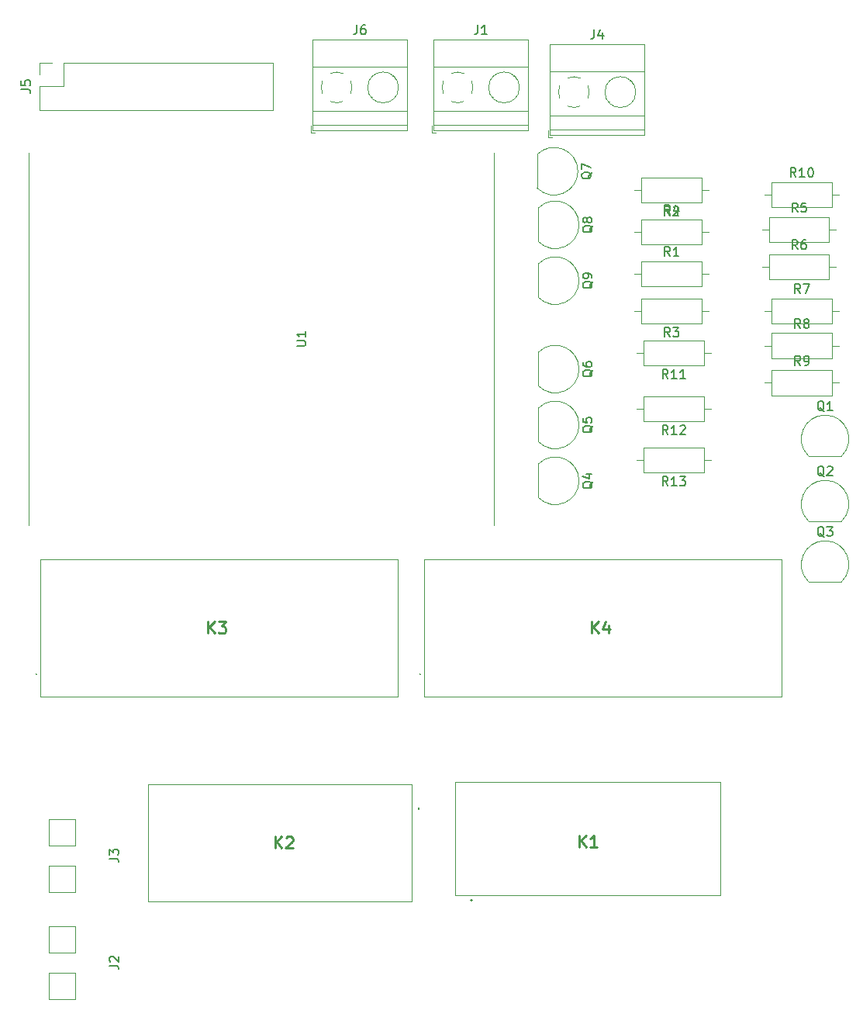
<source format=gbr>
%TF.GenerationSoftware,KiCad,Pcbnew,(5.1.6)-1*%
%TF.CreationDate,2021-11-09T13:55:38+01:00*%
%TF.ProjectId,FoxRobot,466f7852-6f62-46f7-942e-6b696361645f,V01*%
%TF.SameCoordinates,Original*%
%TF.FileFunction,Legend,Top*%
%TF.FilePolarity,Positive*%
%FSLAX46Y46*%
G04 Gerber Fmt 4.6, Leading zero omitted, Abs format (unit mm)*
G04 Created by KiCad (PCBNEW (5.1.6)-1) date 2021-11-09 13:55:38*
%MOMM*%
%LPD*%
G01*
G04 APERTURE LIST*
%ADD10C,0.120000*%
%ADD11C,0.100000*%
%ADD12C,0.200000*%
%ADD13C,0.150000*%
%ADD14C,0.254000*%
G04 APERTURE END LIST*
D10*
%TO.C,U1*%
X65405000Y-66548000D02*
X65405000Y-25908000D01*
X14605000Y-66548000D02*
X14605000Y-25908000D01*
%TO.C,R13*%
X81050000Y-59436000D02*
X81820000Y-59436000D01*
X89130000Y-59436000D02*
X88360000Y-59436000D01*
X81820000Y-60806000D02*
X88360000Y-60806000D01*
X81820000Y-58066000D02*
X81820000Y-60806000D01*
X88360000Y-58066000D02*
X81820000Y-58066000D01*
X88360000Y-60806000D02*
X88360000Y-58066000D01*
%TO.C,R12*%
X81050000Y-53848000D02*
X81820000Y-53848000D01*
X89130000Y-53848000D02*
X88360000Y-53848000D01*
X81820000Y-55218000D02*
X88360000Y-55218000D01*
X81820000Y-52478000D02*
X81820000Y-55218000D01*
X88360000Y-52478000D02*
X81820000Y-52478000D01*
X88360000Y-55218000D02*
X88360000Y-52478000D01*
%TO.C,R11*%
X81050000Y-47752000D02*
X81820000Y-47752000D01*
X89130000Y-47752000D02*
X88360000Y-47752000D01*
X81820000Y-49122000D02*
X88360000Y-49122000D01*
X81820000Y-46382000D02*
X81820000Y-49122000D01*
X88360000Y-46382000D02*
X81820000Y-46382000D01*
X88360000Y-49122000D02*
X88360000Y-46382000D01*
%TO.C,R10*%
X103100000Y-30480000D02*
X102330000Y-30480000D01*
X95020000Y-30480000D02*
X95790000Y-30480000D01*
X102330000Y-29110000D02*
X95790000Y-29110000D01*
X102330000Y-31850000D02*
X102330000Y-29110000D01*
X95790000Y-31850000D02*
X102330000Y-31850000D01*
X95790000Y-29110000D02*
X95790000Y-31850000D01*
%TO.C,R9*%
X103098000Y-51022000D02*
X102328000Y-51022000D01*
X95018000Y-51022000D02*
X95788000Y-51022000D01*
X102328000Y-49652000D02*
X95788000Y-49652000D01*
X102328000Y-52392000D02*
X102328000Y-49652000D01*
X95788000Y-52392000D02*
X102328000Y-52392000D01*
X95788000Y-49652000D02*
X95788000Y-52392000D01*
%TO.C,R8*%
X103098000Y-46972000D02*
X102328000Y-46972000D01*
X95018000Y-46972000D02*
X95788000Y-46972000D01*
X102328000Y-45602000D02*
X95788000Y-45602000D01*
X102328000Y-48342000D02*
X102328000Y-45602000D01*
X95788000Y-48342000D02*
X102328000Y-48342000D01*
X95788000Y-45602000D02*
X95788000Y-48342000D01*
%TO.C,R7*%
X103100000Y-43180000D02*
X102330000Y-43180000D01*
X95020000Y-43180000D02*
X95790000Y-43180000D01*
X102330000Y-41810000D02*
X95790000Y-41810000D01*
X102330000Y-44550000D02*
X102330000Y-41810000D01*
X95790000Y-44550000D02*
X102330000Y-44550000D01*
X95790000Y-41810000D02*
X95790000Y-44550000D01*
%TO.C,R6*%
X102806000Y-38366000D02*
X102036000Y-38366000D01*
X94726000Y-38366000D02*
X95496000Y-38366000D01*
X102036000Y-36996000D02*
X95496000Y-36996000D01*
X102036000Y-39736000D02*
X102036000Y-36996000D01*
X95496000Y-39736000D02*
X102036000Y-39736000D01*
X95496000Y-36996000D02*
X95496000Y-39736000D01*
%TO.C,R5*%
X102806000Y-34316000D02*
X102036000Y-34316000D01*
X94726000Y-34316000D02*
X95496000Y-34316000D01*
X102036000Y-32946000D02*
X95496000Y-32946000D01*
X102036000Y-35686000D02*
X102036000Y-32946000D01*
X95496000Y-35686000D02*
X102036000Y-35686000D01*
X95496000Y-32946000D02*
X95496000Y-35686000D01*
%TO.C,R4*%
X88876000Y-34544000D02*
X88106000Y-34544000D01*
X80796000Y-34544000D02*
X81566000Y-34544000D01*
X88106000Y-33174000D02*
X81566000Y-33174000D01*
X88106000Y-35914000D02*
X88106000Y-33174000D01*
X81566000Y-35914000D02*
X88106000Y-35914000D01*
X81566000Y-33174000D02*
X81566000Y-35914000D01*
%TO.C,R3*%
X80796000Y-43180000D02*
X81566000Y-43180000D01*
X88876000Y-43180000D02*
X88106000Y-43180000D01*
X81566000Y-44550000D02*
X88106000Y-44550000D01*
X81566000Y-41810000D02*
X81566000Y-44550000D01*
X88106000Y-41810000D02*
X81566000Y-41810000D01*
X88106000Y-44550000D02*
X88106000Y-41810000D01*
%TO.C,R2*%
X80796000Y-29972000D02*
X81566000Y-29972000D01*
X88876000Y-29972000D02*
X88106000Y-29972000D01*
X81566000Y-31342000D02*
X88106000Y-31342000D01*
X81566000Y-28602000D02*
X81566000Y-31342000D01*
X88106000Y-28602000D02*
X81566000Y-28602000D01*
X88106000Y-31342000D02*
X88106000Y-28602000D01*
%TO.C,R1*%
X88876000Y-39116000D02*
X88106000Y-39116000D01*
X80796000Y-39116000D02*
X81566000Y-39116000D01*
X88106000Y-37746000D02*
X81566000Y-37746000D01*
X88106000Y-40486000D02*
X88106000Y-37746000D01*
X81566000Y-40486000D02*
X88106000Y-40486000D01*
X81566000Y-37746000D02*
X81566000Y-40486000D01*
%TO.C,Q9*%
X70286000Y-38078000D02*
X70286000Y-41678000D01*
X70297522Y-41716478D02*
G75*
G03*
X74736000Y-39878000I1838478J1838478D01*
G01*
X70297522Y-38039522D02*
G75*
G02*
X74736000Y-39878000I1838478J-1838478D01*
G01*
%TO.C,Q8*%
X70286000Y-31982000D02*
X70286000Y-35582000D01*
X70297522Y-35620478D02*
G75*
G03*
X74736000Y-33782000I1838478J1838478D01*
G01*
X70297522Y-31943522D02*
G75*
G02*
X74736000Y-33782000I1838478J-1838478D01*
G01*
%TO.C,Q7*%
X70159000Y-26140000D02*
X70159000Y-29740000D01*
X70170522Y-29778478D02*
G75*
G03*
X74609000Y-27940000I1838478J1838478D01*
G01*
X70170522Y-26101522D02*
G75*
G02*
X74609000Y-27940000I1838478J-1838478D01*
G01*
%TO.C,Q6*%
X70286000Y-47730000D02*
X70286000Y-51330000D01*
X70297522Y-51368478D02*
G75*
G03*
X74736000Y-49530000I1838478J1838478D01*
G01*
X70297522Y-47691522D02*
G75*
G02*
X74736000Y-49530000I1838478J-1838478D01*
G01*
%TO.C,Q5*%
X70286000Y-53826000D02*
X70286000Y-57426000D01*
X70297522Y-57464478D02*
G75*
G03*
X74736000Y-55626000I1838478J1838478D01*
G01*
X70297522Y-53787522D02*
G75*
G02*
X74736000Y-55626000I1838478J-1838478D01*
G01*
%TO.C,Q4*%
X70286000Y-59922000D02*
X70286000Y-63522000D01*
X70297522Y-63560478D02*
G75*
G03*
X74736000Y-61722000I1838478J1838478D01*
G01*
X70297522Y-59883522D02*
G75*
G02*
X74736000Y-61722000I1838478J-1838478D01*
G01*
%TO.C,Q3*%
X99800000Y-72716000D02*
X103400000Y-72716000D01*
X103438478Y-72704478D02*
G75*
G03*
X101600000Y-68266000I-1838478J1838478D01*
G01*
X99761522Y-72704478D02*
G75*
G02*
X101600000Y-68266000I1838478J1838478D01*
G01*
%TO.C,Q2*%
X99800000Y-66112000D02*
X103400000Y-66112000D01*
X103438478Y-66100478D02*
G75*
G03*
X101600000Y-61662000I-1838478J1838478D01*
G01*
X99761522Y-66100478D02*
G75*
G02*
X101600000Y-61662000I1838478J1838478D01*
G01*
%TO.C,Q1*%
X99800000Y-59000000D02*
X103400000Y-59000000D01*
X103438478Y-58988478D02*
G75*
G03*
X101600000Y-54550000I-1838478J1838478D01*
G01*
X99761522Y-58988478D02*
G75*
G02*
X101600000Y-54550000I1838478J1838478D01*
G01*
D11*
%TO.C,K4*%
X57298000Y-82804000D02*
X57298000Y-82804000D01*
X57398000Y-82804000D02*
X57398000Y-82804000D01*
X57823000Y-70304000D02*
X57823000Y-85304000D01*
X96823000Y-70304000D02*
X57823000Y-70304000D01*
X96823000Y-85304000D02*
X96823000Y-70304000D01*
X57823000Y-85304000D02*
X96823000Y-85304000D01*
X57398000Y-82804000D02*
G75*
G03*
X57298000Y-82804000I-50000J0D01*
G01*
X57298000Y-82804000D02*
G75*
G03*
X57398000Y-82804000I50000J0D01*
G01*
%TO.C,K3*%
X15388000Y-82804000D02*
X15388000Y-82804000D01*
X15488000Y-82804000D02*
X15488000Y-82804000D01*
X15913000Y-70304000D02*
X15913000Y-85304000D01*
X54913000Y-70304000D02*
X15913000Y-70304000D01*
X54913000Y-85304000D02*
X54913000Y-70304000D01*
X15913000Y-85304000D02*
X54913000Y-85304000D01*
X15488000Y-82804000D02*
G75*
G03*
X15388000Y-82804000I-50000J0D01*
G01*
X15388000Y-82804000D02*
G75*
G03*
X15488000Y-82804000I50000J0D01*
G01*
D12*
%TO.C,K2*%
X57256000Y-97536000D02*
X57256000Y-97536000D01*
X57256000Y-97436000D02*
X57256000Y-97436000D01*
X57256000Y-97536000D02*
X57256000Y-97536000D01*
D11*
X56456000Y-107636000D02*
X56456000Y-94836000D01*
X27656000Y-107636000D02*
X56456000Y-107636000D01*
X27656000Y-94836000D02*
X27656000Y-107636000D01*
X56456000Y-94836000D02*
X27656000Y-94836000D01*
D12*
X57256000Y-97436000D02*
G75*
G02*
X57256000Y-97536000I0J-50000D01*
G01*
X57256000Y-97536000D02*
G75*
G02*
X57256000Y-97436000I0J50000D01*
G01*
X57256000Y-97436000D02*
G75*
G02*
X57256000Y-97536000I0J-50000D01*
G01*
D10*
%TO.C,J5*%
X15815000Y-17399000D02*
X15815000Y-16069000D01*
X15815000Y-16069000D02*
X17145000Y-16069000D01*
X15815000Y-18669000D02*
X18415000Y-18669000D01*
X18415000Y-18669000D02*
X18415000Y-16069000D01*
X18415000Y-16069000D02*
X41335000Y-16069000D01*
X41335000Y-21269000D02*
X41335000Y-16069000D01*
X15815000Y-21269000D02*
X41335000Y-21269000D01*
X15815000Y-21269000D02*
X15815000Y-18669000D01*
%TO.C,J4*%
X71328000Y-24204000D02*
X71828000Y-24204000D01*
X71328000Y-23464000D02*
X71328000Y-24204000D01*
X78021000Y-20327000D02*
X77974000Y-20373000D01*
X80318000Y-18029000D02*
X80283000Y-18065000D01*
X78214000Y-20543000D02*
X78179000Y-20578000D01*
X80523000Y-18235000D02*
X80476000Y-18281000D01*
X81848000Y-14043000D02*
X81848000Y-23964000D01*
X71568000Y-14043000D02*
X71568000Y-23964000D01*
X71568000Y-23964000D02*
X81848000Y-23964000D01*
X71568000Y-14043000D02*
X81848000Y-14043000D01*
X71568000Y-17003000D02*
X81848000Y-17003000D01*
X71568000Y-21904000D02*
X81848000Y-21904000D01*
X71568000Y-23404000D02*
X81848000Y-23404000D01*
X80928000Y-19304000D02*
G75*
G03*
X80928000Y-19304000I-1680000J0D01*
G01*
X74196805Y-20984253D02*
G75*
G02*
X73484000Y-20839000I-28805J1680253D01*
G01*
X72632574Y-19987042D02*
G75*
G02*
X72633000Y-18620000I1535426J683042D01*
G01*
X73484958Y-17768574D02*
G75*
G02*
X74852000Y-17769000I683042J-1535426D01*
G01*
X75703426Y-18620958D02*
G75*
G02*
X75703000Y-19988000I-1535426J-683042D01*
G01*
X74851318Y-20838756D02*
G75*
G02*
X74168000Y-20984000I-683318J1534756D01*
G01*
%TO.C,J3*%
X16838000Y-103706000D02*
X16838000Y-106606000D01*
X19738000Y-106606000D02*
X19738000Y-103706000D01*
X19738000Y-103706000D02*
X16838000Y-103706000D01*
X16838000Y-106606000D02*
X19738000Y-106606000D01*
X19738000Y-98626000D02*
X19738000Y-101526000D01*
X19738000Y-101526000D02*
X16838000Y-101526000D01*
X16838000Y-101526000D02*
X16838000Y-98626000D01*
X16838000Y-98626000D02*
X19738000Y-98626000D01*
%TO.C,J2*%
X16838000Y-115390000D02*
X16838000Y-118290000D01*
X19738000Y-118290000D02*
X19738000Y-115390000D01*
X19738000Y-115390000D02*
X16838000Y-115390000D01*
X16838000Y-118290000D02*
X19738000Y-118290000D01*
X19738000Y-110310000D02*
X19738000Y-113210000D01*
X19738000Y-113210000D02*
X16838000Y-113210000D01*
X16838000Y-113210000D02*
X16838000Y-110310000D01*
X16838000Y-110310000D02*
X19738000Y-110310000D01*
D11*
%TO.C,K1*%
X61192000Y-94592000D02*
X90192000Y-94592000D01*
X90192000Y-94592000D02*
X90192000Y-106992000D01*
X90192000Y-106992000D02*
X61192000Y-106992000D01*
X61192000Y-106992000D02*
X61192000Y-94592000D01*
D12*
X62892000Y-107492000D02*
X62892000Y-107492000D01*
X63092000Y-107492000D02*
X63092000Y-107492000D01*
X63092000Y-107492000D02*
G75*
G03*
X62892000Y-107492000I-100000J0D01*
G01*
X62892000Y-107492000D02*
G75*
G03*
X63092000Y-107492000I100000J0D01*
G01*
D10*
%TO.C,J1*%
X68228000Y-18796000D02*
G75*
G03*
X68228000Y-18796000I-1680000J0D01*
G01*
X58868000Y-22896000D02*
X69148000Y-22896000D01*
X58868000Y-21396000D02*
X69148000Y-21396000D01*
X58868000Y-16495000D02*
X69148000Y-16495000D01*
X58868000Y-13535000D02*
X69148000Y-13535000D01*
X58868000Y-23456000D02*
X69148000Y-23456000D01*
X58868000Y-13535000D02*
X58868000Y-23456000D01*
X69148000Y-13535000D02*
X69148000Y-23456000D01*
X67823000Y-17727000D02*
X67776000Y-17773000D01*
X65514000Y-20035000D02*
X65479000Y-20070000D01*
X67618000Y-17521000D02*
X67583000Y-17557000D01*
X65321000Y-19819000D02*
X65274000Y-19865000D01*
X58628000Y-22956000D02*
X58628000Y-23696000D01*
X58628000Y-23696000D02*
X59128000Y-23696000D01*
X62151318Y-20330756D02*
G75*
G02*
X61468000Y-20476000I-683318J1534756D01*
G01*
X63003426Y-18112958D02*
G75*
G02*
X63003000Y-19480000I-1535426J-683042D01*
G01*
X60784958Y-17260574D02*
G75*
G02*
X62152000Y-17261000I683042J-1535426D01*
G01*
X59932574Y-19479042D02*
G75*
G02*
X59933000Y-18112000I1535426J683042D01*
G01*
X61496805Y-20476253D02*
G75*
G02*
X60784000Y-20331000I-28805J1680253D01*
G01*
%TO.C,J6*%
X55020000Y-18796000D02*
G75*
G03*
X55020000Y-18796000I-1680000J0D01*
G01*
X45660000Y-22896000D02*
X55940000Y-22896000D01*
X45660000Y-21396000D02*
X55940000Y-21396000D01*
X45660000Y-16495000D02*
X55940000Y-16495000D01*
X45660000Y-13535000D02*
X55940000Y-13535000D01*
X45660000Y-23456000D02*
X55940000Y-23456000D01*
X45660000Y-13535000D02*
X45660000Y-23456000D01*
X55940000Y-13535000D02*
X55940000Y-23456000D01*
X54615000Y-17727000D02*
X54568000Y-17773000D01*
X52306000Y-20035000D02*
X52271000Y-20070000D01*
X54410000Y-17521000D02*
X54375000Y-17557000D01*
X52113000Y-19819000D02*
X52066000Y-19865000D01*
X45420000Y-22956000D02*
X45420000Y-23696000D01*
X45420000Y-23696000D02*
X45920000Y-23696000D01*
X48943318Y-20330756D02*
G75*
G02*
X48260000Y-20476000I-683318J1534756D01*
G01*
X49795426Y-18112958D02*
G75*
G02*
X49795000Y-19480000I-1535426J-683042D01*
G01*
X47576958Y-17260574D02*
G75*
G02*
X48944000Y-17261000I683042J-1535426D01*
G01*
X46724574Y-19479042D02*
G75*
G02*
X46725000Y-18112000I1535426J683042D01*
G01*
X48288805Y-20476253D02*
G75*
G02*
X47576000Y-20331000I-28805J1680253D01*
G01*
%TO.C,U1*%
D13*
X43902380Y-46989904D02*
X44711904Y-46989904D01*
X44807142Y-46942285D01*
X44854761Y-46894666D01*
X44902380Y-46799428D01*
X44902380Y-46608952D01*
X44854761Y-46513714D01*
X44807142Y-46466095D01*
X44711904Y-46418476D01*
X43902380Y-46418476D01*
X44902380Y-45418476D02*
X44902380Y-45989904D01*
X44902380Y-45704190D02*
X43902380Y-45704190D01*
X44045238Y-45799428D01*
X44140476Y-45894666D01*
X44188095Y-45989904D01*
%TO.C,R13*%
X84447142Y-62258380D02*
X84113809Y-61782190D01*
X83875714Y-62258380D02*
X83875714Y-61258380D01*
X84256666Y-61258380D01*
X84351904Y-61306000D01*
X84399523Y-61353619D01*
X84447142Y-61448857D01*
X84447142Y-61591714D01*
X84399523Y-61686952D01*
X84351904Y-61734571D01*
X84256666Y-61782190D01*
X83875714Y-61782190D01*
X85399523Y-62258380D02*
X84828095Y-62258380D01*
X85113809Y-62258380D02*
X85113809Y-61258380D01*
X85018571Y-61401238D01*
X84923333Y-61496476D01*
X84828095Y-61544095D01*
X85732857Y-61258380D02*
X86351904Y-61258380D01*
X86018571Y-61639333D01*
X86161428Y-61639333D01*
X86256666Y-61686952D01*
X86304285Y-61734571D01*
X86351904Y-61829809D01*
X86351904Y-62067904D01*
X86304285Y-62163142D01*
X86256666Y-62210761D01*
X86161428Y-62258380D01*
X85875714Y-62258380D01*
X85780476Y-62210761D01*
X85732857Y-62163142D01*
%TO.C,R12*%
X84447142Y-56670380D02*
X84113809Y-56194190D01*
X83875714Y-56670380D02*
X83875714Y-55670380D01*
X84256666Y-55670380D01*
X84351904Y-55718000D01*
X84399523Y-55765619D01*
X84447142Y-55860857D01*
X84447142Y-56003714D01*
X84399523Y-56098952D01*
X84351904Y-56146571D01*
X84256666Y-56194190D01*
X83875714Y-56194190D01*
X85399523Y-56670380D02*
X84828095Y-56670380D01*
X85113809Y-56670380D02*
X85113809Y-55670380D01*
X85018571Y-55813238D01*
X84923333Y-55908476D01*
X84828095Y-55956095D01*
X85780476Y-55765619D02*
X85828095Y-55718000D01*
X85923333Y-55670380D01*
X86161428Y-55670380D01*
X86256666Y-55718000D01*
X86304285Y-55765619D01*
X86351904Y-55860857D01*
X86351904Y-55956095D01*
X86304285Y-56098952D01*
X85732857Y-56670380D01*
X86351904Y-56670380D01*
%TO.C,R11*%
X84447142Y-50574380D02*
X84113809Y-50098190D01*
X83875714Y-50574380D02*
X83875714Y-49574380D01*
X84256666Y-49574380D01*
X84351904Y-49622000D01*
X84399523Y-49669619D01*
X84447142Y-49764857D01*
X84447142Y-49907714D01*
X84399523Y-50002952D01*
X84351904Y-50050571D01*
X84256666Y-50098190D01*
X83875714Y-50098190D01*
X85399523Y-50574380D02*
X84828095Y-50574380D01*
X85113809Y-50574380D02*
X85113809Y-49574380D01*
X85018571Y-49717238D01*
X84923333Y-49812476D01*
X84828095Y-49860095D01*
X86351904Y-50574380D02*
X85780476Y-50574380D01*
X86066190Y-50574380D02*
X86066190Y-49574380D01*
X85970952Y-49717238D01*
X85875714Y-49812476D01*
X85780476Y-49860095D01*
%TO.C,R10*%
X98417142Y-28562380D02*
X98083809Y-28086190D01*
X97845714Y-28562380D02*
X97845714Y-27562380D01*
X98226666Y-27562380D01*
X98321904Y-27610000D01*
X98369523Y-27657619D01*
X98417142Y-27752857D01*
X98417142Y-27895714D01*
X98369523Y-27990952D01*
X98321904Y-28038571D01*
X98226666Y-28086190D01*
X97845714Y-28086190D01*
X99369523Y-28562380D02*
X98798095Y-28562380D01*
X99083809Y-28562380D02*
X99083809Y-27562380D01*
X98988571Y-27705238D01*
X98893333Y-27800476D01*
X98798095Y-27848095D01*
X99988571Y-27562380D02*
X100083809Y-27562380D01*
X100179047Y-27610000D01*
X100226666Y-27657619D01*
X100274285Y-27752857D01*
X100321904Y-27943333D01*
X100321904Y-28181428D01*
X100274285Y-28371904D01*
X100226666Y-28467142D01*
X100179047Y-28514761D01*
X100083809Y-28562380D01*
X99988571Y-28562380D01*
X99893333Y-28514761D01*
X99845714Y-28467142D01*
X99798095Y-28371904D01*
X99750476Y-28181428D01*
X99750476Y-27943333D01*
X99798095Y-27752857D01*
X99845714Y-27657619D01*
X99893333Y-27610000D01*
X99988571Y-27562380D01*
%TO.C,R9*%
X98891333Y-49104380D02*
X98558000Y-48628190D01*
X98319904Y-49104380D02*
X98319904Y-48104380D01*
X98700857Y-48104380D01*
X98796095Y-48152000D01*
X98843714Y-48199619D01*
X98891333Y-48294857D01*
X98891333Y-48437714D01*
X98843714Y-48532952D01*
X98796095Y-48580571D01*
X98700857Y-48628190D01*
X98319904Y-48628190D01*
X99367523Y-49104380D02*
X99558000Y-49104380D01*
X99653238Y-49056761D01*
X99700857Y-49009142D01*
X99796095Y-48866285D01*
X99843714Y-48675809D01*
X99843714Y-48294857D01*
X99796095Y-48199619D01*
X99748476Y-48152000D01*
X99653238Y-48104380D01*
X99462761Y-48104380D01*
X99367523Y-48152000D01*
X99319904Y-48199619D01*
X99272285Y-48294857D01*
X99272285Y-48532952D01*
X99319904Y-48628190D01*
X99367523Y-48675809D01*
X99462761Y-48723428D01*
X99653238Y-48723428D01*
X99748476Y-48675809D01*
X99796095Y-48628190D01*
X99843714Y-48532952D01*
%TO.C,R8*%
X98891333Y-45054380D02*
X98558000Y-44578190D01*
X98319904Y-45054380D02*
X98319904Y-44054380D01*
X98700857Y-44054380D01*
X98796095Y-44102000D01*
X98843714Y-44149619D01*
X98891333Y-44244857D01*
X98891333Y-44387714D01*
X98843714Y-44482952D01*
X98796095Y-44530571D01*
X98700857Y-44578190D01*
X98319904Y-44578190D01*
X99462761Y-44482952D02*
X99367523Y-44435333D01*
X99319904Y-44387714D01*
X99272285Y-44292476D01*
X99272285Y-44244857D01*
X99319904Y-44149619D01*
X99367523Y-44102000D01*
X99462761Y-44054380D01*
X99653238Y-44054380D01*
X99748476Y-44102000D01*
X99796095Y-44149619D01*
X99843714Y-44244857D01*
X99843714Y-44292476D01*
X99796095Y-44387714D01*
X99748476Y-44435333D01*
X99653238Y-44482952D01*
X99462761Y-44482952D01*
X99367523Y-44530571D01*
X99319904Y-44578190D01*
X99272285Y-44673428D01*
X99272285Y-44863904D01*
X99319904Y-44959142D01*
X99367523Y-45006761D01*
X99462761Y-45054380D01*
X99653238Y-45054380D01*
X99748476Y-45006761D01*
X99796095Y-44959142D01*
X99843714Y-44863904D01*
X99843714Y-44673428D01*
X99796095Y-44578190D01*
X99748476Y-44530571D01*
X99653238Y-44482952D01*
%TO.C,R7*%
X98893333Y-41262380D02*
X98560000Y-40786190D01*
X98321904Y-41262380D02*
X98321904Y-40262380D01*
X98702857Y-40262380D01*
X98798095Y-40310000D01*
X98845714Y-40357619D01*
X98893333Y-40452857D01*
X98893333Y-40595714D01*
X98845714Y-40690952D01*
X98798095Y-40738571D01*
X98702857Y-40786190D01*
X98321904Y-40786190D01*
X99226666Y-40262380D02*
X99893333Y-40262380D01*
X99464761Y-41262380D01*
%TO.C,R6*%
X98599333Y-36448380D02*
X98266000Y-35972190D01*
X98027904Y-36448380D02*
X98027904Y-35448380D01*
X98408857Y-35448380D01*
X98504095Y-35496000D01*
X98551714Y-35543619D01*
X98599333Y-35638857D01*
X98599333Y-35781714D01*
X98551714Y-35876952D01*
X98504095Y-35924571D01*
X98408857Y-35972190D01*
X98027904Y-35972190D01*
X99456476Y-35448380D02*
X99266000Y-35448380D01*
X99170761Y-35496000D01*
X99123142Y-35543619D01*
X99027904Y-35686476D01*
X98980285Y-35876952D01*
X98980285Y-36257904D01*
X99027904Y-36353142D01*
X99075523Y-36400761D01*
X99170761Y-36448380D01*
X99361238Y-36448380D01*
X99456476Y-36400761D01*
X99504095Y-36353142D01*
X99551714Y-36257904D01*
X99551714Y-36019809D01*
X99504095Y-35924571D01*
X99456476Y-35876952D01*
X99361238Y-35829333D01*
X99170761Y-35829333D01*
X99075523Y-35876952D01*
X99027904Y-35924571D01*
X98980285Y-36019809D01*
%TO.C,R5*%
X98599333Y-32398380D02*
X98266000Y-31922190D01*
X98027904Y-32398380D02*
X98027904Y-31398380D01*
X98408857Y-31398380D01*
X98504095Y-31446000D01*
X98551714Y-31493619D01*
X98599333Y-31588857D01*
X98599333Y-31731714D01*
X98551714Y-31826952D01*
X98504095Y-31874571D01*
X98408857Y-31922190D01*
X98027904Y-31922190D01*
X99504095Y-31398380D02*
X99027904Y-31398380D01*
X98980285Y-31874571D01*
X99027904Y-31826952D01*
X99123142Y-31779333D01*
X99361238Y-31779333D01*
X99456476Y-31826952D01*
X99504095Y-31874571D01*
X99551714Y-31969809D01*
X99551714Y-32207904D01*
X99504095Y-32303142D01*
X99456476Y-32350761D01*
X99361238Y-32398380D01*
X99123142Y-32398380D01*
X99027904Y-32350761D01*
X98980285Y-32303142D01*
%TO.C,R4*%
X84669333Y-32626380D02*
X84336000Y-32150190D01*
X84097904Y-32626380D02*
X84097904Y-31626380D01*
X84478857Y-31626380D01*
X84574095Y-31674000D01*
X84621714Y-31721619D01*
X84669333Y-31816857D01*
X84669333Y-31959714D01*
X84621714Y-32054952D01*
X84574095Y-32102571D01*
X84478857Y-32150190D01*
X84097904Y-32150190D01*
X85526476Y-31959714D02*
X85526476Y-32626380D01*
X85288380Y-31578761D02*
X85050285Y-32293047D01*
X85669333Y-32293047D01*
%TO.C,R3*%
X84669333Y-46002380D02*
X84336000Y-45526190D01*
X84097904Y-46002380D02*
X84097904Y-45002380D01*
X84478857Y-45002380D01*
X84574095Y-45050000D01*
X84621714Y-45097619D01*
X84669333Y-45192857D01*
X84669333Y-45335714D01*
X84621714Y-45430952D01*
X84574095Y-45478571D01*
X84478857Y-45526190D01*
X84097904Y-45526190D01*
X85002666Y-45002380D02*
X85621714Y-45002380D01*
X85288380Y-45383333D01*
X85431238Y-45383333D01*
X85526476Y-45430952D01*
X85574095Y-45478571D01*
X85621714Y-45573809D01*
X85621714Y-45811904D01*
X85574095Y-45907142D01*
X85526476Y-45954761D01*
X85431238Y-46002380D01*
X85145523Y-46002380D01*
X85050285Y-45954761D01*
X85002666Y-45907142D01*
%TO.C,R2*%
X84669333Y-32794380D02*
X84336000Y-32318190D01*
X84097904Y-32794380D02*
X84097904Y-31794380D01*
X84478857Y-31794380D01*
X84574095Y-31842000D01*
X84621714Y-31889619D01*
X84669333Y-31984857D01*
X84669333Y-32127714D01*
X84621714Y-32222952D01*
X84574095Y-32270571D01*
X84478857Y-32318190D01*
X84097904Y-32318190D01*
X85050285Y-31889619D02*
X85097904Y-31842000D01*
X85193142Y-31794380D01*
X85431238Y-31794380D01*
X85526476Y-31842000D01*
X85574095Y-31889619D01*
X85621714Y-31984857D01*
X85621714Y-32080095D01*
X85574095Y-32222952D01*
X85002666Y-32794380D01*
X85621714Y-32794380D01*
%TO.C,R1*%
X84669333Y-37198380D02*
X84336000Y-36722190D01*
X84097904Y-37198380D02*
X84097904Y-36198380D01*
X84478857Y-36198380D01*
X84574095Y-36246000D01*
X84621714Y-36293619D01*
X84669333Y-36388857D01*
X84669333Y-36531714D01*
X84621714Y-36626952D01*
X84574095Y-36674571D01*
X84478857Y-36722190D01*
X84097904Y-36722190D01*
X85621714Y-37198380D02*
X85050285Y-37198380D01*
X85336000Y-37198380D02*
X85336000Y-36198380D01*
X85240761Y-36341238D01*
X85145523Y-36436476D01*
X85050285Y-36484095D01*
%TO.C,Q9*%
X76243619Y-39973238D02*
X76196000Y-40068476D01*
X76100761Y-40163714D01*
X75957904Y-40306571D01*
X75910285Y-40401809D01*
X75910285Y-40497047D01*
X76148380Y-40449428D02*
X76100761Y-40544666D01*
X76005523Y-40639904D01*
X75815047Y-40687523D01*
X75481714Y-40687523D01*
X75291238Y-40639904D01*
X75196000Y-40544666D01*
X75148380Y-40449428D01*
X75148380Y-40258952D01*
X75196000Y-40163714D01*
X75291238Y-40068476D01*
X75481714Y-40020857D01*
X75815047Y-40020857D01*
X76005523Y-40068476D01*
X76100761Y-40163714D01*
X76148380Y-40258952D01*
X76148380Y-40449428D01*
X76148380Y-39544666D02*
X76148380Y-39354190D01*
X76100761Y-39258952D01*
X76053142Y-39211333D01*
X75910285Y-39116095D01*
X75719809Y-39068476D01*
X75338857Y-39068476D01*
X75243619Y-39116095D01*
X75196000Y-39163714D01*
X75148380Y-39258952D01*
X75148380Y-39449428D01*
X75196000Y-39544666D01*
X75243619Y-39592285D01*
X75338857Y-39639904D01*
X75576952Y-39639904D01*
X75672190Y-39592285D01*
X75719809Y-39544666D01*
X75767428Y-39449428D01*
X75767428Y-39258952D01*
X75719809Y-39163714D01*
X75672190Y-39116095D01*
X75576952Y-39068476D01*
%TO.C,Q8*%
X76243619Y-33877238D02*
X76196000Y-33972476D01*
X76100761Y-34067714D01*
X75957904Y-34210571D01*
X75910285Y-34305809D01*
X75910285Y-34401047D01*
X76148380Y-34353428D02*
X76100761Y-34448666D01*
X76005523Y-34543904D01*
X75815047Y-34591523D01*
X75481714Y-34591523D01*
X75291238Y-34543904D01*
X75196000Y-34448666D01*
X75148380Y-34353428D01*
X75148380Y-34162952D01*
X75196000Y-34067714D01*
X75291238Y-33972476D01*
X75481714Y-33924857D01*
X75815047Y-33924857D01*
X76005523Y-33972476D01*
X76100761Y-34067714D01*
X76148380Y-34162952D01*
X76148380Y-34353428D01*
X75576952Y-33353428D02*
X75529333Y-33448666D01*
X75481714Y-33496285D01*
X75386476Y-33543904D01*
X75338857Y-33543904D01*
X75243619Y-33496285D01*
X75196000Y-33448666D01*
X75148380Y-33353428D01*
X75148380Y-33162952D01*
X75196000Y-33067714D01*
X75243619Y-33020095D01*
X75338857Y-32972476D01*
X75386476Y-32972476D01*
X75481714Y-33020095D01*
X75529333Y-33067714D01*
X75576952Y-33162952D01*
X75576952Y-33353428D01*
X75624571Y-33448666D01*
X75672190Y-33496285D01*
X75767428Y-33543904D01*
X75957904Y-33543904D01*
X76053142Y-33496285D01*
X76100761Y-33448666D01*
X76148380Y-33353428D01*
X76148380Y-33162952D01*
X76100761Y-33067714D01*
X76053142Y-33020095D01*
X75957904Y-32972476D01*
X75767428Y-32972476D01*
X75672190Y-33020095D01*
X75624571Y-33067714D01*
X75576952Y-33162952D01*
%TO.C,Q7*%
X76116619Y-28035238D02*
X76069000Y-28130476D01*
X75973761Y-28225714D01*
X75830904Y-28368571D01*
X75783285Y-28463809D01*
X75783285Y-28559047D01*
X76021380Y-28511428D02*
X75973761Y-28606666D01*
X75878523Y-28701904D01*
X75688047Y-28749523D01*
X75354714Y-28749523D01*
X75164238Y-28701904D01*
X75069000Y-28606666D01*
X75021380Y-28511428D01*
X75021380Y-28320952D01*
X75069000Y-28225714D01*
X75164238Y-28130476D01*
X75354714Y-28082857D01*
X75688047Y-28082857D01*
X75878523Y-28130476D01*
X75973761Y-28225714D01*
X76021380Y-28320952D01*
X76021380Y-28511428D01*
X75021380Y-27749523D02*
X75021380Y-27082857D01*
X76021380Y-27511428D01*
%TO.C,Q6*%
X76243619Y-49625238D02*
X76196000Y-49720476D01*
X76100761Y-49815714D01*
X75957904Y-49958571D01*
X75910285Y-50053809D01*
X75910285Y-50149047D01*
X76148380Y-50101428D02*
X76100761Y-50196666D01*
X76005523Y-50291904D01*
X75815047Y-50339523D01*
X75481714Y-50339523D01*
X75291238Y-50291904D01*
X75196000Y-50196666D01*
X75148380Y-50101428D01*
X75148380Y-49910952D01*
X75196000Y-49815714D01*
X75291238Y-49720476D01*
X75481714Y-49672857D01*
X75815047Y-49672857D01*
X76005523Y-49720476D01*
X76100761Y-49815714D01*
X76148380Y-49910952D01*
X76148380Y-50101428D01*
X75148380Y-48815714D02*
X75148380Y-49006190D01*
X75196000Y-49101428D01*
X75243619Y-49149047D01*
X75386476Y-49244285D01*
X75576952Y-49291904D01*
X75957904Y-49291904D01*
X76053142Y-49244285D01*
X76100761Y-49196666D01*
X76148380Y-49101428D01*
X76148380Y-48910952D01*
X76100761Y-48815714D01*
X76053142Y-48768095D01*
X75957904Y-48720476D01*
X75719809Y-48720476D01*
X75624571Y-48768095D01*
X75576952Y-48815714D01*
X75529333Y-48910952D01*
X75529333Y-49101428D01*
X75576952Y-49196666D01*
X75624571Y-49244285D01*
X75719809Y-49291904D01*
%TO.C,Q5*%
X76243619Y-55721238D02*
X76196000Y-55816476D01*
X76100761Y-55911714D01*
X75957904Y-56054571D01*
X75910285Y-56149809D01*
X75910285Y-56245047D01*
X76148380Y-56197428D02*
X76100761Y-56292666D01*
X76005523Y-56387904D01*
X75815047Y-56435523D01*
X75481714Y-56435523D01*
X75291238Y-56387904D01*
X75196000Y-56292666D01*
X75148380Y-56197428D01*
X75148380Y-56006952D01*
X75196000Y-55911714D01*
X75291238Y-55816476D01*
X75481714Y-55768857D01*
X75815047Y-55768857D01*
X76005523Y-55816476D01*
X76100761Y-55911714D01*
X76148380Y-56006952D01*
X76148380Y-56197428D01*
X75148380Y-54864095D02*
X75148380Y-55340285D01*
X75624571Y-55387904D01*
X75576952Y-55340285D01*
X75529333Y-55245047D01*
X75529333Y-55006952D01*
X75576952Y-54911714D01*
X75624571Y-54864095D01*
X75719809Y-54816476D01*
X75957904Y-54816476D01*
X76053142Y-54864095D01*
X76100761Y-54911714D01*
X76148380Y-55006952D01*
X76148380Y-55245047D01*
X76100761Y-55340285D01*
X76053142Y-55387904D01*
%TO.C,Q4*%
X76243619Y-61817238D02*
X76196000Y-61912476D01*
X76100761Y-62007714D01*
X75957904Y-62150571D01*
X75910285Y-62245809D01*
X75910285Y-62341047D01*
X76148380Y-62293428D02*
X76100761Y-62388666D01*
X76005523Y-62483904D01*
X75815047Y-62531523D01*
X75481714Y-62531523D01*
X75291238Y-62483904D01*
X75196000Y-62388666D01*
X75148380Y-62293428D01*
X75148380Y-62102952D01*
X75196000Y-62007714D01*
X75291238Y-61912476D01*
X75481714Y-61864857D01*
X75815047Y-61864857D01*
X76005523Y-61912476D01*
X76100761Y-62007714D01*
X76148380Y-62102952D01*
X76148380Y-62293428D01*
X75481714Y-61007714D02*
X76148380Y-61007714D01*
X75100761Y-61245809D02*
X75815047Y-61483904D01*
X75815047Y-60864857D01*
%TO.C,Q3*%
X101504761Y-67853619D02*
X101409523Y-67806000D01*
X101314285Y-67710761D01*
X101171428Y-67567904D01*
X101076190Y-67520285D01*
X100980952Y-67520285D01*
X101028571Y-67758380D02*
X100933333Y-67710761D01*
X100838095Y-67615523D01*
X100790476Y-67425047D01*
X100790476Y-67091714D01*
X100838095Y-66901238D01*
X100933333Y-66806000D01*
X101028571Y-66758380D01*
X101219047Y-66758380D01*
X101314285Y-66806000D01*
X101409523Y-66901238D01*
X101457142Y-67091714D01*
X101457142Y-67425047D01*
X101409523Y-67615523D01*
X101314285Y-67710761D01*
X101219047Y-67758380D01*
X101028571Y-67758380D01*
X101790476Y-66758380D02*
X102409523Y-66758380D01*
X102076190Y-67139333D01*
X102219047Y-67139333D01*
X102314285Y-67186952D01*
X102361904Y-67234571D01*
X102409523Y-67329809D01*
X102409523Y-67567904D01*
X102361904Y-67663142D01*
X102314285Y-67710761D01*
X102219047Y-67758380D01*
X101933333Y-67758380D01*
X101838095Y-67710761D01*
X101790476Y-67663142D01*
%TO.C,Q2*%
X101504761Y-61249619D02*
X101409523Y-61202000D01*
X101314285Y-61106761D01*
X101171428Y-60963904D01*
X101076190Y-60916285D01*
X100980952Y-60916285D01*
X101028571Y-61154380D02*
X100933333Y-61106761D01*
X100838095Y-61011523D01*
X100790476Y-60821047D01*
X100790476Y-60487714D01*
X100838095Y-60297238D01*
X100933333Y-60202000D01*
X101028571Y-60154380D01*
X101219047Y-60154380D01*
X101314285Y-60202000D01*
X101409523Y-60297238D01*
X101457142Y-60487714D01*
X101457142Y-60821047D01*
X101409523Y-61011523D01*
X101314285Y-61106761D01*
X101219047Y-61154380D01*
X101028571Y-61154380D01*
X101838095Y-60249619D02*
X101885714Y-60202000D01*
X101980952Y-60154380D01*
X102219047Y-60154380D01*
X102314285Y-60202000D01*
X102361904Y-60249619D01*
X102409523Y-60344857D01*
X102409523Y-60440095D01*
X102361904Y-60582952D01*
X101790476Y-61154380D01*
X102409523Y-61154380D01*
%TO.C,Q1*%
X101504761Y-54137619D02*
X101409523Y-54090000D01*
X101314285Y-53994761D01*
X101171428Y-53851904D01*
X101076190Y-53804285D01*
X100980952Y-53804285D01*
X101028571Y-54042380D02*
X100933333Y-53994761D01*
X100838095Y-53899523D01*
X100790476Y-53709047D01*
X100790476Y-53375714D01*
X100838095Y-53185238D01*
X100933333Y-53090000D01*
X101028571Y-53042380D01*
X101219047Y-53042380D01*
X101314285Y-53090000D01*
X101409523Y-53185238D01*
X101457142Y-53375714D01*
X101457142Y-53709047D01*
X101409523Y-53899523D01*
X101314285Y-53994761D01*
X101219047Y-54042380D01*
X101028571Y-54042380D01*
X102409523Y-54042380D02*
X101838095Y-54042380D01*
X102123809Y-54042380D02*
X102123809Y-53042380D01*
X102028571Y-53185238D01*
X101933333Y-53280476D01*
X101838095Y-53328095D01*
%TO.C,K4*%
D14*
X76122619Y-78378523D02*
X76122619Y-77108523D01*
X76848333Y-78378523D02*
X76304047Y-77652809D01*
X76848333Y-77108523D02*
X76122619Y-77834238D01*
X77936904Y-77531857D02*
X77936904Y-78378523D01*
X77634523Y-77048047D02*
X77332142Y-77955190D01*
X78118333Y-77955190D01*
%TO.C,K3*%
X34212619Y-78378523D02*
X34212619Y-77108523D01*
X34938333Y-78378523D02*
X34394047Y-77652809D01*
X34938333Y-77108523D02*
X34212619Y-77834238D01*
X35361666Y-77108523D02*
X36147857Y-77108523D01*
X35724523Y-77592333D01*
X35905952Y-77592333D01*
X36026904Y-77652809D01*
X36087380Y-77713285D01*
X36147857Y-77834238D01*
X36147857Y-78136619D01*
X36087380Y-78257571D01*
X36026904Y-78318047D01*
X35905952Y-78378523D01*
X35543095Y-78378523D01*
X35422142Y-78318047D01*
X35361666Y-78257571D01*
%TO.C,K2*%
X41543619Y-101810523D02*
X41543619Y-100540523D01*
X42269333Y-101810523D02*
X41725047Y-101084809D01*
X42269333Y-100540523D02*
X41543619Y-101266238D01*
X42753142Y-100661476D02*
X42813619Y-100601000D01*
X42934571Y-100540523D01*
X43236952Y-100540523D01*
X43357904Y-100601000D01*
X43418380Y-100661476D01*
X43478857Y-100782428D01*
X43478857Y-100903380D01*
X43418380Y-101084809D01*
X42692666Y-101810523D01*
X43478857Y-101810523D01*
%TO.C,J5*%
D13*
X13827380Y-19002333D02*
X14541666Y-19002333D01*
X14684523Y-19049952D01*
X14779761Y-19145190D01*
X14827380Y-19288047D01*
X14827380Y-19383285D01*
X13827380Y-18049952D02*
X13827380Y-18526142D01*
X14303571Y-18573761D01*
X14255952Y-18526142D01*
X14208333Y-18430904D01*
X14208333Y-18192809D01*
X14255952Y-18097571D01*
X14303571Y-18049952D01*
X14398809Y-18002333D01*
X14636904Y-18002333D01*
X14732142Y-18049952D01*
X14779761Y-18097571D01*
X14827380Y-18192809D01*
X14827380Y-18430904D01*
X14779761Y-18526142D01*
X14732142Y-18573761D01*
%TO.C,J4*%
X76374666Y-12496380D02*
X76374666Y-13210666D01*
X76327047Y-13353523D01*
X76231809Y-13448761D01*
X76088952Y-13496380D01*
X75993714Y-13496380D01*
X77279428Y-12829714D02*
X77279428Y-13496380D01*
X77041333Y-12448761D02*
X76803238Y-13163047D01*
X77422285Y-13163047D01*
%TO.C,J3*%
X23455380Y-102949333D02*
X24169666Y-102949333D01*
X24312523Y-102996952D01*
X24407761Y-103092190D01*
X24455380Y-103235047D01*
X24455380Y-103330285D01*
X23455380Y-102568380D02*
X23455380Y-101949333D01*
X23836333Y-102282666D01*
X23836333Y-102139809D01*
X23883952Y-102044571D01*
X23931571Y-101996952D01*
X24026809Y-101949333D01*
X24264904Y-101949333D01*
X24360142Y-101996952D01*
X24407761Y-102044571D01*
X24455380Y-102139809D01*
X24455380Y-102425523D01*
X24407761Y-102520761D01*
X24360142Y-102568380D01*
%TO.C,J2*%
X23455380Y-114633333D02*
X24169666Y-114633333D01*
X24312523Y-114680952D01*
X24407761Y-114776190D01*
X24455380Y-114919047D01*
X24455380Y-115014285D01*
X23550619Y-114204761D02*
X23503000Y-114157142D01*
X23455380Y-114061904D01*
X23455380Y-113823809D01*
X23503000Y-113728571D01*
X23550619Y-113680952D01*
X23645857Y-113633333D01*
X23741095Y-113633333D01*
X23883952Y-113680952D01*
X24455380Y-114252380D01*
X24455380Y-113633333D01*
%TO.C,K1*%
D14*
X74754619Y-101666523D02*
X74754619Y-100396523D01*
X75480333Y-101666523D02*
X74936047Y-100940809D01*
X75480333Y-100396523D02*
X74754619Y-101122238D01*
X76689857Y-101666523D02*
X75964142Y-101666523D01*
X76327000Y-101666523D02*
X76327000Y-100396523D01*
X76206047Y-100577952D01*
X76085095Y-100698904D01*
X75964142Y-100759380D01*
%TO.C,J1*%
D13*
X63674666Y-11988380D02*
X63674666Y-12702666D01*
X63627047Y-12845523D01*
X63531809Y-12940761D01*
X63388952Y-12988380D01*
X63293714Y-12988380D01*
X64674666Y-12988380D02*
X64103238Y-12988380D01*
X64388952Y-12988380D02*
X64388952Y-11988380D01*
X64293714Y-12131238D01*
X64198476Y-12226476D01*
X64103238Y-12274095D01*
%TO.C,J6*%
X50466666Y-11988380D02*
X50466666Y-12702666D01*
X50419047Y-12845523D01*
X50323809Y-12940761D01*
X50180952Y-12988380D01*
X50085714Y-12988380D01*
X51371428Y-11988380D02*
X51180952Y-11988380D01*
X51085714Y-12036000D01*
X51038095Y-12083619D01*
X50942857Y-12226476D01*
X50895238Y-12416952D01*
X50895238Y-12797904D01*
X50942857Y-12893142D01*
X50990476Y-12940761D01*
X51085714Y-12988380D01*
X51276190Y-12988380D01*
X51371428Y-12940761D01*
X51419047Y-12893142D01*
X51466666Y-12797904D01*
X51466666Y-12559809D01*
X51419047Y-12464571D01*
X51371428Y-12416952D01*
X51276190Y-12369333D01*
X51085714Y-12369333D01*
X50990476Y-12416952D01*
X50942857Y-12464571D01*
X50895238Y-12559809D01*
%TD*%
M02*

</source>
